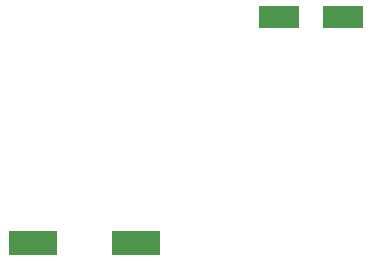
<source format=gbr>
%TF.GenerationSoftware,KiCad,Pcbnew,7.0.9*%
%TF.CreationDate,2025-09-04T13:27:59+02:00*%
%TF.ProjectId,Kicad_Projet_Sons_HW896_V1,4b696361-645f-4507-926f-6a65745f536f,rev?*%
%TF.SameCoordinates,Original*%
%TF.FileFunction,Paste,Top*%
%TF.FilePolarity,Positive*%
%FSLAX46Y46*%
G04 Gerber Fmt 4.6, Leading zero omitted, Abs format (unit mm)*
G04 Created by KiCad (PCBNEW 7.0.9) date 2025-09-04 13:27:59*
%MOMM*%
%LPD*%
G01*
G04 APERTURE LIST*
%ADD10R,3.500000X1.850000*%
%ADD11R,4.100000X2.000000*%
G04 APERTURE END LIST*
D10*
%TO.C,C4*%
X146970000Y-81290000D03*
X152370000Y-81290000D03*
%TD*%
D11*
%TO.C,C2*%
X126150000Y-100440000D03*
X134850000Y-100440000D03*
%TD*%
M02*

</source>
